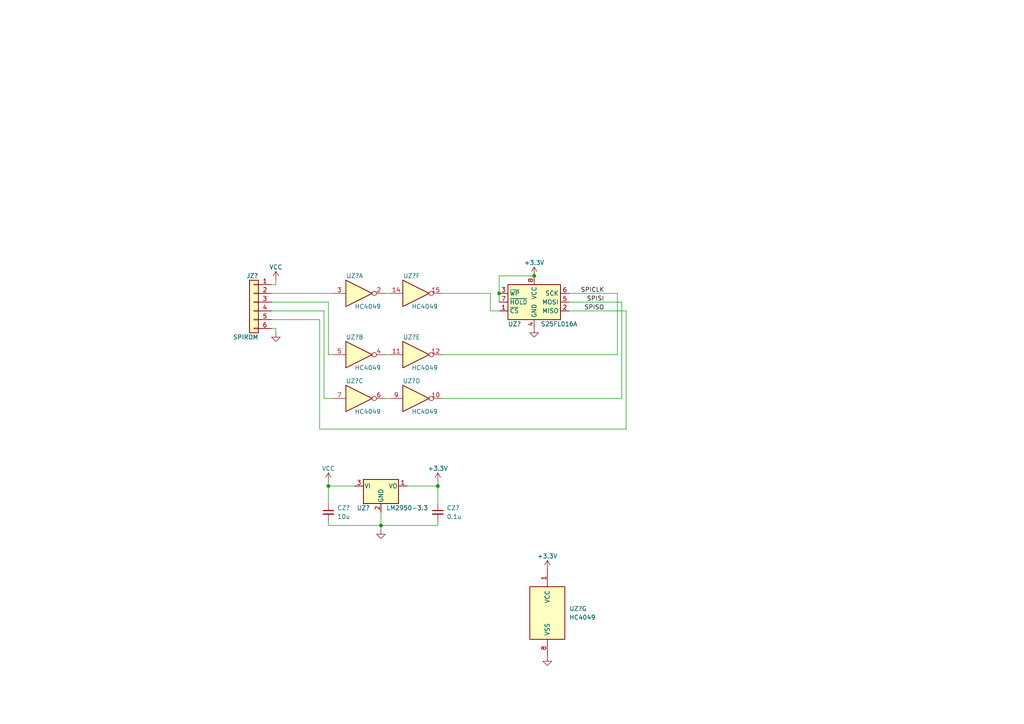
<source format=kicad_sch>
(kicad_sch (version 20211123) (generator eeschema)
  (paper "A4")
  (lib_symbols
    (symbol "4xxx:4049" (pin_names (offset 1.016))
      (property "Reference" "U" (at 0 1.27 0))
      (property "Value" "4049" (at 0 -1.27 0))
      (symbol "4049_1_0"
        (polyline (pts (xy -3.81 3.81) (xy -3.81 -3.81) (xy 3.81 0) (xy -3.81 3.81)) (stroke (width 0.254)) (fill (type background)))
        (pin output inverted (at 7.62 0 180) (length 3.81) (name "~") (number "2"))
        (pin input line (at -7.62 0 0) (length 3.81) (name "~") (number "3"))
      )
      (symbol "4049_2_0"
        (polyline (pts (xy -3.81 3.81) (xy -3.81 -3.81) (xy 3.81 0) (xy -3.81 3.81)) (stroke (width 0.254)) (fill (type background)))
        (pin output inverted (at 7.62 0 180) (length 3.81) (name "~") (number "4"))
        (pin input line (at -7.62 0 0) (length 3.81) (name "~") (number "5"))
      )
      (symbol "4049_3_0"
        (polyline (pts (xy -3.81 3.81) (xy -3.81 -3.81) (xy 3.81 0) (xy -3.81 3.81)) (stroke (width 0.254)) (fill (type background)))
        (pin output inverted (at 7.62 0 180) (length 3.81) (name "~") (number "6"))
        (pin input line (at -7.62 0 0) (length 3.81) (name "~") (number "7"))
      )
      (symbol "4049_4_0"
        (polyline (pts (xy -3.81 3.81) (xy -3.81 -3.81) (xy 3.81 0) (xy -3.81 3.81)) (stroke (width 0.254)) (fill (type background)))
        (pin output inverted (at 7.62 0 180) (length 3.81) (name "~") (number "10"))
        (pin input line (at -7.62 0 0) (length 3.81) (name "~") (number "9"))
      )
      (symbol "4049_5_0"
        (polyline (pts (xy -3.81 3.81) (xy -3.81 -3.81) (xy 3.81 0) (xy -3.81 3.81)) (stroke (width 0.254)) (fill (type background)))
        (pin input line (at -7.62 0 0) (length 3.81) (name "~") (number "11"))
        (pin output inverted (at 7.62 0 180) (length 3.81) (name "~") (number "12"))
      )
      (symbol "4049_6_0"
        (polyline (pts (xy -3.81 3.81) (xy -3.81 -3.81) (xy 3.81 0) (xy -3.81 3.81)) (stroke (width 0.254)) (fill (type background)))
        (pin input line (at -7.62 0 0) (length 3.81) (name "~") (number "14"))
        (pin output inverted (at 7.62 0 180) (length 3.81) (name "~") (number "15"))
      )
      (symbol "4049_7_0"
        (pin power_in line (at 0 12.7 270) (length 5.08) (name "VCC") (number "1"))
        (pin power_in line (at 0 -12.7 90) (length 5.08) (name "VSS") (number "8"))
      )
      (symbol "4049_7_1"
        (rectangle (start -5.08 7.62) (end 5.08 -7.62) (stroke (width 0.254)) (fill (type background)))
      )
    )
    (symbol "Connector_Generic:Conn_01x06" (pin_names (offset 1.016) hide)
      (property "Reference" "J" (at 0 7.62 0))
      (property "Value" "Conn_01x06" (at 0 -10.16 0))
      (symbol "Conn_01x06_1_1"
        (rectangle (start -1.27 -7.493) (end 0 -7.747) (stroke (width 0.1524)))
        (rectangle (start -1.27 -4.953) (end 0 -5.207) (stroke (width 0.1524)))
        (rectangle (start -1.27 -2.413) (end 0 -2.667) (stroke (width 0.1524)))
        (rectangle (start -1.27 0.127) (end 0 -0.127) (stroke (width 0.1524)))
        (rectangle (start -1.27 2.667) (end 0 2.413) (stroke (width 0.1524)))
        (rectangle (start -1.27 5.207) (end 0 4.953) (stroke (width 0.1524)))
        (rectangle (start -1.27 6.35) (end 1.27 -8.89) (stroke (width 0.254)) (fill (type background)))
        (pin passive line (at -5.08 5.08 0) (length 3.81) (name "Pin_1") (number "1"))
        (pin passive line (at -5.08 2.54 0) (length 3.81) (name "Pin_2") (number "2"))
        (pin passive line (at -5.08 0 0) (length 3.81) (name "Pin_3") (number "3"))
        (pin passive line (at -5.08 -2.54 0) (length 3.81) (name "Pin_4") (number "4"))
        (pin passive line (at -5.08 -5.08 0) (length 3.81) (name "Pin_5") (number "5"))
        (pin passive line (at -5.08 -7.62 0) (length 3.81) (name "Pin_6") (number "6"))
      )
    )
    (symbol "Device:C_Small" (pin_numbers hide) (pin_names (offset 0.254) hide)
      (property "Reference" "C" (at 0.254 1.778 0))
      (property "Value" "C_Small" (at 0.254 -2.032 0))
      (symbol "C_Small_0_1"
        (polyline (pts (xy -1.524 -0.508) (xy 1.524 -0.508)) (stroke (width 0.3302)))
        (polyline (pts (xy -1.524 0.508) (xy 1.524 0.508)) (stroke (width 0.3048)))
      )
      (symbol "C_Small_1_1"
        (pin passive line (at 0 2.54 270) (length 2.032) (name "~") (number "1"))
        (pin passive line (at 0 -2.54 90) (length 2.032) (name "~") (number "2"))
      )
    )
    (symbol "Memory_EEPROM:25LCxxx"
      (property "Reference" "U" (at -7.62 6.35 0))
      (property "Value" "25LCxxx" (at 2.54 -6.35 0))
      (symbol "25LCxxx_1_1"
        (rectangle (start -7.62 5.08) (end 7.62 -5.08) (stroke (width 0.254)) (fill (type background)))
        (pin input line (at -10.16 -2.54 0) (length 2.54) (name "~{CS}") (number "1"))
        (pin tri_state line (at 10.16 -2.54 180) (length 2.54) (name "MISO") (number "2"))
        (pin input line (at -10.16 2.54 0) (length 2.54) (name "~{WP}") (number "3"))
        (pin power_in line (at 0 -7.62 90) (length 2.54) (name "GND") (number "4"))
        (pin input line (at 10.16 0 180) (length 2.54) (name "MOSI") (number "5"))
        (pin input line (at 10.16 2.54 180) (length 2.54) (name "SCK") (number "6"))
        (pin input line (at -10.16 0 0) (length 2.54) (name "~{HOLD}") (number "7"))
        (pin power_in line (at 0 7.62 270) (length 2.54) (name "VCC") (number "8"))
      )
    )
    (symbol "Regulator_Linear:LP2950-3.3_TO92" (pin_names (offset 0.254))
      (property "Reference" "U" (at -3.81 3.175 0))
      (property "Value" "LP2950-3.3_TO92" (at 0 3.175 0))
      (symbol "LP2950-3.3_TO92_0_1"
        (rectangle (start -5.08 -5.08) (end 5.08 1.905) (stroke (width 0.254)) (fill (type background)))
      )
      (symbol "LP2950-3.3_TO92_1_1"
        (pin power_out line (at 7.62 0 180) (length 2.54) (name "VO") (number "1"))
        (pin power_in line (at 0 -7.62 90) (length 2.54) (name "GND") (number "2"))
        (pin power_in line (at -7.62 0 0) (length 2.54) (name "VI") (number "3"))
      )
    )
    (symbol "power:+3.3V" (power) (pin_names (offset 0))
      (property "Value" "+3.3V" (at 0 3.556 0))
      (symbol "+3.3V_0_1"
        (polyline (pts (xy -0.762 1.27) (xy 0 2.54)))
        (polyline (pts (xy 0 0) (xy 0 2.54)))
        (polyline (pts (xy 0 2.54) (xy 0.762 1.27)))
      )
      (symbol "+3.3V_1_1"
        (pin power_in line (at 0 0 90) (length 0) hide (name "+3.3V") (number "1"))
      )
    )
    (symbol "power:GND" (power) (pin_names (offset 0))
      (property "Value" "GND" (at 0 -3.81 0))
      (symbol "GND_0_1"
        (polyline (pts (xy 0 0) (xy 0 -1.27) (xy 1.27 -1.27) (xy 0 -2.54) (xy -1.27 -1.27) (xy 0 -1.27)))
      )
      (symbol "GND_1_1"
        (pin power_in line (at 0 0 270) (length 0) hide (name "GND") (number "1"))
      )
    )
    (symbol "power:VCC" (power) (pin_names (offset 0))
      (property "Value" "VCC" (at 0 3.81 0))
      (symbol "VCC_0_1"
        (polyline (pts (xy -0.762 1.27) (xy 0 2.54)))
        (polyline (pts (xy 0 0) (xy 0 2.54)))
        (polyline (pts (xy 0 2.54) (xy 0.762 1.27)))
      )
      (symbol "VCC_1_1"
        (pin power_in line (at 0 0 90) (length 0) hide (name "VCC") (number "1"))
      )
    )
  )
  (junction (at 127 140.97))
  (junction (at 95.25 140.97))
  (junction (at 144.78 85.09))
  (junction (at 110.49 152.4))
  (junction (at 154.94 80.01))
  (wire (pts (xy 165.1 85.09) (xy 179.07 85.09)))
  (wire (pts (xy 179.07 102.87) (xy 179.07 85.09)))
  (wire (pts (xy 95.25 152.4) (xy 110.49 152.4)))
  (wire (pts (xy 93.98 90.17) (xy 93.98 115.57)))
  (wire (pts (xy 78.74 85.09) (xy 96.52 85.09)))
  (wire (pts (xy 78.74 87.63) (xy 95.25 87.63)))
  (wire (pts (xy 142.24 85.09) (xy 142.24 90.17)))
  (wire (pts (xy 113.03 115.57) (xy 111.76 115.57)))
  (wire (pts (xy 144.78 80.01) (xy 144.78 85.09)))
  (wire (pts (xy 180.34 115.57) (xy 180.34 87.63)))
  (wire (pts (xy 154.94 80.01) (xy 144.78 80.01)))
  (wire (pts (xy 113.03 85.09) (xy 111.76 85.09)))
  (wire (pts (xy 78.74 90.17) (xy 93.98 90.17)))
  (wire (pts (xy 80.01 82.55) (xy 80.01 81.28)))
  (wire (pts (xy 128.27 115.57) (xy 180.34 115.57)))
  (wire (pts (xy 165.1 87.63) (xy 180.34 87.63)))
  (wire (pts (xy 110.49 152.4) (xy 110.49 148.59)))
  (wire (pts (xy 78.74 92.71) (xy 92.71 92.71)))
  (wire (pts (xy 127 152.4) (xy 110.49 152.4)))
  (wire (pts (xy 92.71 92.71) (xy 92.71 124.46)))
  (wire (pts (xy 95.25 140.97) (xy 95.25 146.05)))
  (wire (pts (xy 78.74 95.25) (xy 80.01 95.25)))
  (wire (pts (xy 128.27 102.87) (xy 179.07 102.87)))
  (wire (pts (xy 113.03 102.87) (xy 111.76 102.87)))
  (wire (pts (xy 95.25 139.7) (xy 95.25 140.97)))
  (wire (pts (xy 110.49 153.67) (xy 110.49 152.4)))
  (wire (pts (xy 78.74 82.55) (xy 80.01 82.55)))
  (wire (pts (xy 142.24 90.17) (xy 144.78 90.17)))
  (wire (pts (xy 93.98 115.57) (xy 96.52 115.57)))
  (wire (pts (xy 127 140.97) (xy 127 146.05)))
  (wire (pts (xy 95.25 87.63) (xy 95.25 102.87)))
  (wire (pts (xy 144.78 85.09) (xy 144.78 87.63)))
  (wire (pts (xy 127 151.13) (xy 127 152.4)))
  (wire (pts (xy 118.11 140.97) (xy 127 140.97)))
  (wire (pts (xy 127 139.7) (xy 127 140.97)))
  (wire (pts (xy 128.27 85.09) (xy 142.24 85.09)))
  (wire (pts (xy 95.25 151.13) (xy 95.25 152.4)))
  (wire (pts (xy 95.25 140.97) (xy 102.87 140.97)))
  (wire (pts (xy 181.61 124.46) (xy 181.61 90.17)))
  (wire (pts (xy 165.1 90.17) (xy 181.61 90.17)))
  (wire (pts (xy 95.25 102.87) (xy 96.52 102.87)))
  (wire (pts (xy 80.01 95.25) (xy 80.01 96.52)))
  (wire (pts (xy 92.71 124.46) (xy 181.61 124.46)))
  (label "SPICLK" (at 175.26 85.09 180))
  (label "SPISO" (at 175.26 90.17 180))
  (label "SPISI" (at 175.26 87.63 180))
  (symbol (lib_id "4xxx:4049") (at 104.14 115.57 0) (unit 3)
    (property "Reference" "UZ?" (at 102.87 110.49 0))
    (property "Value" "HC4049" (at 106.68 119.38 0))
    (property "Datasheet" "http://www.intersil.com/content/dam/intersil/documents/cd40/cd4049ubms.pdf" (effects hide))
  )
  (symbol (lib_id "power:GND") (at 158.75 190.5 0) (unit 1)
    (property "Reference" "#PWR?" (effects hide))
    (property "Value" "GND" (effects hide))
  )
  (symbol (lib_id "4xxx:4049") (at 120.65 115.57 0) (unit 4)
    (property "Reference" "UZ?" (at 119.38 110.49 0))
    (property "Value" "HC4049" (at 123.19 119.38 0))
    (property "Datasheet" "http://www.intersil.com/content/dam/intersil/documents/cd40/cd4049ubms.pdf" (effects hide))
  )
  (symbol (lib_id "power:VCC") (at 80.01 81.28 0) (mirror y) (unit 1)
    (property "Reference" "#PWR?" (effects hide))
    (property "Value" "VCC" (at 80.01 77.47 0))
  )
  (symbol (lib_id "Device:C_Small") (at 95.25 148.59 0) (unit 1)
    (property "Reference" "CZ?" (at 97.79 147.3262 0) (effects (justify left)))
    (property "Value" "10u" (at 97.79 149.8662 0) (effects (justify left)))
  )
  (symbol (lib_id "4xxx:4049") (at 120.65 85.09 0) (unit 6)
    (property "Reference" "UZ?" (at 119.38 80.01 0))
    (property "Value" "HC4049" (at 123.19 88.9 0))
    (property "Datasheet" "http://www.intersil.com/content/dam/intersil/documents/cd40/cd4049ubms.pdf" (effects hide))
  )
  (symbol (lib_id "power:GND") (at 154.94 95.25 0) (unit 1)
    (property "Reference" "#PWR?" (effects hide))
    (property "Value" "GND" (effects hide))
  )
  (symbol (lib_id "4xxx:4049") (at 158.75 177.8 0) (unit 7)
    (property "Reference" "UZ?" (at 165.1 176.5299 0) (effects (justify left)))
    (property "Value" "HC4049" (at 165.1 179.0699 0) (effects (justify left)))
    (property "Datasheet" "http://www.intersil.com/content/dam/intersil/documents/cd40/cd4049ubms.pdf" (effects hide))
  )
  (symbol (lib_id "power:GND") (at 80.01 96.52 0) (unit 1)
    (property "Reference" "#PWR?" (effects hide))
    (property "Value" "GND" (effects hide))
  )
  (symbol (lib_id "power:+3.3V") (at 154.94 80.01 0) (unit 1)
    (property "Reference" "#PWR?" (effects hide))
    (property "Value" "+3.3V" (at 154.94 76.2 0))
  )
  (symbol (lib_id "Connector_Generic:Conn_01x06") (at 73.66 87.63 0) (mirror y) (unit 1)
    (property "Reference" "JZ?" (at 74.93 80.01 0) (effects (justify left)))
    (property "Value" "SPIROM" (at 74.93 97.79 0) (effects (justify left)))
  )
  (symbol (lib_id "Memory_EEPROM:25LCxxx") (at 154.94 87.63 0) (unit 1)
    (property "Reference" "UZ?" (at 147.32 93.98 0) (effects (justify left)))
    (property "Value" "S25FL016A" (at 156.845 93.98 0) (effects (justify left)))
    (property "Datasheet" "http://ww1.microchip.com/downloads/en/DeviceDoc/21832H.pdf" (effects hide))
  )
  (symbol (lib_id "Regulator_Linear:LP2950-3.3_TO92") (at 110.49 140.97 0) (unit 1)
    (property "Reference" "UZ?" (at 105.41 147.32 0))
    (property "Value" "LM2950-3.3" (at 118.11 147.32 0))
    (property "Footprint" "Package_TO_SOT_THT:TO-92_Inline" (effects hide))
    (property "Datasheet" "http://www.ti.com/lit/ds/symlink/lp2950.pdf" (effects hide))
  )
  (symbol (lib_id "4xxx:4049") (at 104.14 85.09 0) (unit 1)
    (property "Reference" "UZ?" (at 102.87 80.01 0))
    (property "Value" "HC4049" (at 106.68 88.9 0))
    (property "Datasheet" "http://www.intersil.com/content/dam/intersil/documents/cd40/cd4049ubms.pdf" (effects hide))
  )
  (symbol (lib_id "power:VCC") (at 95.25 139.7 0) (mirror y) (unit 1)
    (property "Reference" "#PWR?" (effects hide))
    (property "Value" "VCC" (at 95.25 135.89 0))
  )
  (symbol (lib_id "4xxx:4049") (at 120.65 102.87 0) (unit 5)
    (property "Reference" "UZ?" (at 119.38 97.79 0))
    (property "Value" "HC4049" (at 123.19 106.68 0))
    (property "Datasheet" "http://www.intersil.com/content/dam/intersil/documents/cd40/cd4049ubms.pdf" (effects hide))
  )
  (symbol (lib_id "4xxx:4049") (at 104.14 102.87 0) (unit 2)
    (property "Reference" "UZ?" (at 102.87 97.79 0))
    (property "Value" "HC4049" (at 106.68 106.68 0))
    (property "Datasheet" "http://www.intersil.com/content/dam/intersil/documents/cd40/cd4049ubms.pdf" (effects hide))
  )
  (symbol (lib_id "Device:C_Small") (at 127 148.59 0) (unit 1)
    (property "Reference" "CZ?" (at 129.54 147.3262 0) (effects (justify left)))
    (property "Value" "0.1u" (at 129.54 149.8662 0) (effects (justify left)))
  )
  (symbol (lib_id "power:GND") (at 110.49 153.67 0) (unit 1)
    (property "Reference" "#PWR?" (effects hide))
    (property "Value" "GND" (effects hide))
  )
  (symbol (lib_id "power:+3.3V") (at 127 139.7 0) (unit 1)
    (property "Reference" "#PWR?" (effects hide))
    (property "Value" "+3.3V" (at 127 135.89 0))
  )
  (symbol (lib_id "power:+3.3V") (at 158.75 165.1 0) (unit 1)
    (property "Reference" "#PWR?" (effects hide))
    (property "Value" "+3.3V" (at 158.75 161.29 0))
  )
)
</source>
